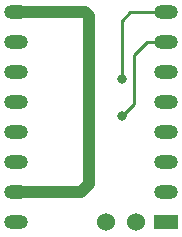
<source format=gbl>
G04 #@! TF.GenerationSoftware,KiCad,Pcbnew,(6.0.0)*
G04 #@! TF.CreationDate,2022-03-05T18:05:18-06:00*
G04 #@! TF.ProjectId,Clearpath MotorDriver Mosfet,436c6561-7270-4617-9468-204d6f746f72,rev?*
G04 #@! TF.SameCoordinates,Original*
G04 #@! TF.FileFunction,Copper,L2,Bot*
G04 #@! TF.FilePolarity,Positive*
%FSLAX46Y46*%
G04 Gerber Fmt 4.6, Leading zero omitted, Abs format (unit mm)*
G04 Created by KiCad (PCBNEW (6.0.0)) date 2022-03-05 18:05:18*
%MOMM*%
%LPD*%
G01*
G04 APERTURE LIST*
G04 #@! TA.AperFunction,ComponentPad*
%ADD10R,2.000000X1.200000*%
G04 #@! TD*
G04 #@! TA.AperFunction,ComponentPad*
%ADD11O,2.000000X1.200000*%
G04 #@! TD*
G04 #@! TA.AperFunction,ComponentPad*
%ADD12C,1.524000*%
G04 #@! TD*
G04 #@! TA.AperFunction,ViaPad*
%ADD13C,0.800000*%
G04 #@! TD*
G04 #@! TA.AperFunction,ViaPad*
%ADD14C,1.000000*%
G04 #@! TD*
G04 #@! TA.AperFunction,Conductor*
%ADD15C,0.250000*%
G04 #@! TD*
G04 #@! TA.AperFunction,Conductor*
%ADD16C,1.000000*%
G04 #@! TD*
G04 APERTURE END LIST*
D10*
X104723000Y-106726000D03*
D11*
X104723000Y-104186000D03*
X104723000Y-101646000D03*
X104723000Y-99106000D03*
X104723000Y-96566000D03*
X104723000Y-94026000D03*
X104723000Y-91486000D03*
X104723000Y-88946000D03*
X92023000Y-88946000D03*
X92023000Y-91486000D03*
X92023000Y-94026000D03*
X92023000Y-96566000D03*
X92023000Y-99106000D03*
X92023000Y-101646000D03*
X92023000Y-104186000D03*
X92023000Y-106726000D03*
D12*
X99643000Y-106726000D03*
X102183000Y-106726000D03*
D13*
X100950000Y-97690000D03*
D14*
X98171000Y-94869000D03*
X98171000Y-90551000D03*
X98171000Y-102997000D03*
X98171000Y-98679000D03*
D13*
X100965000Y-94615000D03*
D15*
X100950000Y-97700000D02*
X100950000Y-97690000D01*
X101981000Y-96669000D02*
X100950000Y-97700000D01*
X103078000Y-91486000D02*
X101981000Y-92583000D01*
X101981000Y-92583000D02*
X101981000Y-96669000D01*
X104723000Y-91486000D02*
X103078000Y-91486000D01*
D16*
X98171000Y-103505000D02*
X98171000Y-102997000D01*
X98171000Y-89281000D02*
X97836000Y-88946000D01*
X97490000Y-104186000D02*
X98171000Y-103505000D01*
X98171000Y-94869000D02*
X98171000Y-90551000D01*
X98171000Y-90551000D02*
X98171000Y-89281000D01*
X92023000Y-104186000D02*
X97490000Y-104186000D01*
X98171000Y-102997000D02*
X98171000Y-98679000D01*
X98171000Y-98679000D02*
X98171000Y-94869000D01*
X97836000Y-88946000D02*
X92023000Y-88946000D01*
D15*
X100965000Y-89662000D02*
X100965000Y-94615000D01*
X101681000Y-88946000D02*
X100965000Y-89662000D01*
X104723000Y-88946000D02*
X101681000Y-88946000D01*
M02*

</source>
